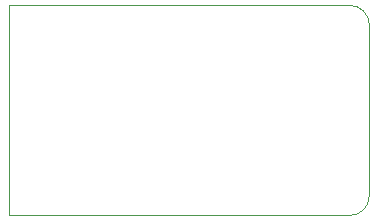
<source format=gbr>
G04 #@! TF.GenerationSoftware,KiCad,Pcbnew,5.1.6-c6e7f7d~86~ubuntu20.04.1*
G04 #@! TF.CreationDate,2020-05-29T14:13:17+02:00*
G04 #@! TF.ProjectId,atari-usb,61746172-692d-4757-9362-2e6b69636164,rev?*
G04 #@! TF.SameCoordinates,Original*
G04 #@! TF.FileFunction,Profile,NP*
%FSLAX46Y46*%
G04 Gerber Fmt 4.6, Leading zero omitted, Abs format (unit mm)*
G04 Created by KiCad (PCBNEW 5.1.6-c6e7f7d~86~ubuntu20.04.1) date 2020-05-29 14:13:17*
%MOMM*%
%LPD*%
G01*
G04 APERTURE LIST*
G04 #@! TA.AperFunction,Profile*
%ADD10C,0.050000*%
G04 #@! TD*
G04 APERTURE END LIST*
D10*
X152400000Y-91694000D02*
G75*
G02*
X150749000Y-93345000I-1651000J0D01*
G01*
X150749000Y-75565000D02*
G75*
G02*
X152400000Y-77216000I0J-1651000D01*
G01*
X121920000Y-93345000D02*
X121920000Y-75565000D01*
X150749000Y-93345000D02*
X121920000Y-93345000D01*
X152400000Y-77216000D02*
X152400000Y-91694000D01*
X121920000Y-75565000D02*
X150749000Y-75565000D01*
M02*

</source>
